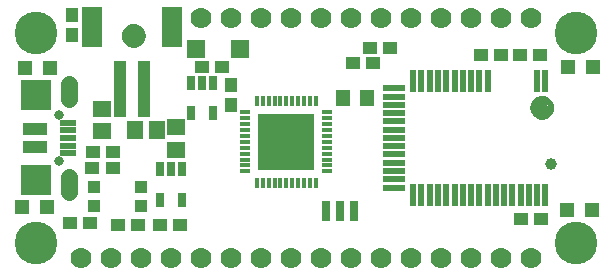
<source format=gbr>
G04 EAGLE Gerber RS-274X export*
G75*
%MOMM*%
%FSLAX34Y34*%
%LPD*%
%INSoldermask Top*%
%IPPOS*%
%AMOC8*
5,1,8,0,0,1.08239X$1,22.5*%
G01*
%ADD10R,1.601600X1.401600*%
%ADD11R,1.101600X1.201600*%
%ADD12R,1.201600X1.101600*%
%ADD13R,1.301600X1.401600*%
%ADD14R,1.301600X1.301600*%
%ADD15R,0.351600X0.901600*%
%ADD16R,0.901600X0.351600*%
%ADD17R,4.801600X4.801600*%
%ADD18C,1.101600*%
%ADD19C,0.500000*%
%ADD20R,1.101600X1.101600*%
%ADD21C,3.617600*%
%ADD22R,0.801600X1.801600*%
%ADD23C,0.801600*%
%ADD24R,2.601600X2.601600*%
%ADD25C,1.409600*%
%ADD26R,2.101600X1.101600*%
%ADD27R,1.450000X0.500000*%
%ADD28R,0.651600X1.301600*%
%ADD29R,1.501600X1.501600*%
%ADD30R,0.551600X1.951600*%
%ADD31R,1.951600X0.551600*%
%ADD32C,1.001600*%
%ADD33C,1.778000*%
%ADD34R,1.101600X4.701600*%
%ADD35R,1.701600X3.501600*%
%ADD36R,1.401600X1.601600*%


D10*
X80880Y120090D03*
X80880Y139090D03*
D11*
X190670Y141870D03*
X190670Y158870D03*
D10*
X143660Y123200D03*
X143660Y104200D03*
D12*
X73690Y102680D03*
X90690Y102680D03*
X72998Y88787D03*
X89998Y88787D03*
D13*
X305848Y148286D03*
X285528Y148286D03*
D14*
X15950Y173590D03*
X36950Y173590D03*
D15*
X212182Y76266D03*
X217182Y76266D03*
X222182Y76266D03*
X227182Y76266D03*
X232182Y76266D03*
X237182Y76266D03*
X242182Y76266D03*
X247182Y76266D03*
X252182Y76266D03*
X257182Y76266D03*
X262182Y76266D03*
D16*
X271932Y86016D03*
X271932Y91016D03*
X271932Y96016D03*
X271932Y101016D03*
X271932Y106016D03*
X271932Y111016D03*
X271932Y116016D03*
X271932Y121016D03*
X271932Y126016D03*
X271932Y131016D03*
X271932Y136016D03*
D15*
X262182Y145766D03*
X257182Y145766D03*
X252182Y145766D03*
X247182Y145766D03*
X242182Y145766D03*
X237182Y145766D03*
X232182Y145766D03*
X227182Y145766D03*
X222182Y145766D03*
X217182Y145766D03*
X212182Y145766D03*
D16*
X202432Y136016D03*
X202432Y131016D03*
X202432Y126016D03*
X202432Y121016D03*
X202432Y116016D03*
X202432Y111016D03*
X202432Y106016D03*
X202432Y101016D03*
X202432Y96016D03*
X202432Y91016D03*
X202432Y86016D03*
D17*
X237182Y111016D03*
D12*
X94878Y40906D03*
X111878Y40906D03*
D11*
X55880Y218050D03*
X55880Y201050D03*
D18*
X107950Y200660D03*
D19*
X115450Y200660D02*
X115448Y200841D01*
X115441Y201022D01*
X115430Y201203D01*
X115415Y201384D01*
X115395Y201564D01*
X115371Y201744D01*
X115343Y201923D01*
X115310Y202101D01*
X115273Y202278D01*
X115232Y202455D01*
X115187Y202630D01*
X115137Y202805D01*
X115083Y202978D01*
X115025Y203149D01*
X114963Y203320D01*
X114896Y203488D01*
X114826Y203655D01*
X114752Y203821D01*
X114673Y203984D01*
X114591Y204145D01*
X114505Y204305D01*
X114415Y204462D01*
X114321Y204617D01*
X114224Y204770D01*
X114122Y204920D01*
X114018Y205068D01*
X113909Y205214D01*
X113798Y205356D01*
X113682Y205496D01*
X113564Y205633D01*
X113442Y205768D01*
X113317Y205899D01*
X113189Y206027D01*
X113058Y206152D01*
X112923Y206274D01*
X112786Y206392D01*
X112646Y206508D01*
X112504Y206619D01*
X112358Y206728D01*
X112210Y206832D01*
X112060Y206934D01*
X111907Y207031D01*
X111752Y207125D01*
X111595Y207215D01*
X111435Y207301D01*
X111274Y207383D01*
X111111Y207462D01*
X110945Y207536D01*
X110778Y207606D01*
X110610Y207673D01*
X110439Y207735D01*
X110268Y207793D01*
X110095Y207847D01*
X109920Y207897D01*
X109745Y207942D01*
X109568Y207983D01*
X109391Y208020D01*
X109213Y208053D01*
X109034Y208081D01*
X108854Y208105D01*
X108674Y208125D01*
X108493Y208140D01*
X108312Y208151D01*
X108131Y208158D01*
X107950Y208160D01*
X115450Y200660D02*
X115448Y200479D01*
X115441Y200298D01*
X115430Y200117D01*
X115415Y199936D01*
X115395Y199756D01*
X115371Y199576D01*
X115343Y199397D01*
X115310Y199219D01*
X115273Y199042D01*
X115232Y198865D01*
X115187Y198690D01*
X115137Y198515D01*
X115083Y198342D01*
X115025Y198171D01*
X114963Y198000D01*
X114896Y197832D01*
X114826Y197665D01*
X114752Y197499D01*
X114673Y197336D01*
X114591Y197175D01*
X114505Y197015D01*
X114415Y196858D01*
X114321Y196703D01*
X114224Y196550D01*
X114122Y196400D01*
X114018Y196252D01*
X113909Y196106D01*
X113798Y195964D01*
X113682Y195824D01*
X113564Y195687D01*
X113442Y195552D01*
X113317Y195421D01*
X113189Y195293D01*
X113058Y195168D01*
X112923Y195046D01*
X112786Y194928D01*
X112646Y194812D01*
X112504Y194701D01*
X112358Y194592D01*
X112210Y194488D01*
X112060Y194386D01*
X111907Y194289D01*
X111752Y194195D01*
X111595Y194105D01*
X111435Y194019D01*
X111274Y193937D01*
X111111Y193858D01*
X110945Y193784D01*
X110778Y193714D01*
X110610Y193647D01*
X110439Y193585D01*
X110268Y193527D01*
X110095Y193473D01*
X109920Y193423D01*
X109745Y193378D01*
X109568Y193337D01*
X109391Y193300D01*
X109213Y193267D01*
X109034Y193239D01*
X108854Y193215D01*
X108674Y193195D01*
X108493Y193180D01*
X108312Y193169D01*
X108131Y193162D01*
X107950Y193160D01*
X107769Y193162D01*
X107588Y193169D01*
X107407Y193180D01*
X107226Y193195D01*
X107046Y193215D01*
X106866Y193239D01*
X106687Y193267D01*
X106509Y193300D01*
X106332Y193337D01*
X106155Y193378D01*
X105980Y193423D01*
X105805Y193473D01*
X105632Y193527D01*
X105461Y193585D01*
X105290Y193647D01*
X105122Y193714D01*
X104955Y193784D01*
X104789Y193858D01*
X104626Y193937D01*
X104465Y194019D01*
X104305Y194105D01*
X104148Y194195D01*
X103993Y194289D01*
X103840Y194386D01*
X103690Y194488D01*
X103542Y194592D01*
X103396Y194701D01*
X103254Y194812D01*
X103114Y194928D01*
X102977Y195046D01*
X102842Y195168D01*
X102711Y195293D01*
X102583Y195421D01*
X102458Y195552D01*
X102336Y195687D01*
X102218Y195824D01*
X102102Y195964D01*
X101991Y196106D01*
X101882Y196252D01*
X101778Y196400D01*
X101676Y196550D01*
X101579Y196703D01*
X101485Y196858D01*
X101395Y197015D01*
X101309Y197175D01*
X101227Y197336D01*
X101148Y197499D01*
X101074Y197665D01*
X101004Y197832D01*
X100937Y198000D01*
X100875Y198171D01*
X100817Y198342D01*
X100763Y198515D01*
X100713Y198690D01*
X100668Y198865D01*
X100627Y199042D01*
X100590Y199219D01*
X100557Y199397D01*
X100529Y199576D01*
X100505Y199756D01*
X100485Y199936D01*
X100470Y200117D01*
X100459Y200298D01*
X100452Y200479D01*
X100450Y200660D01*
X100452Y200841D01*
X100459Y201022D01*
X100470Y201203D01*
X100485Y201384D01*
X100505Y201564D01*
X100529Y201744D01*
X100557Y201923D01*
X100590Y202101D01*
X100627Y202278D01*
X100668Y202455D01*
X100713Y202630D01*
X100763Y202805D01*
X100817Y202978D01*
X100875Y203149D01*
X100937Y203320D01*
X101004Y203488D01*
X101074Y203655D01*
X101148Y203821D01*
X101227Y203984D01*
X101309Y204145D01*
X101395Y204305D01*
X101485Y204462D01*
X101579Y204617D01*
X101676Y204770D01*
X101778Y204920D01*
X101882Y205068D01*
X101991Y205214D01*
X102102Y205356D01*
X102218Y205496D01*
X102336Y205633D01*
X102458Y205768D01*
X102583Y205899D01*
X102711Y206027D01*
X102842Y206152D01*
X102977Y206274D01*
X103114Y206392D01*
X103254Y206508D01*
X103396Y206619D01*
X103542Y206728D01*
X103690Y206832D01*
X103840Y206934D01*
X103993Y207031D01*
X104148Y207125D01*
X104305Y207215D01*
X104465Y207301D01*
X104626Y207383D01*
X104789Y207462D01*
X104955Y207536D01*
X105122Y207606D01*
X105290Y207673D01*
X105461Y207735D01*
X105632Y207793D01*
X105805Y207847D01*
X105980Y207897D01*
X106155Y207942D01*
X106332Y207983D01*
X106509Y208020D01*
X106687Y208053D01*
X106866Y208081D01*
X107046Y208105D01*
X107226Y208125D01*
X107407Y208140D01*
X107588Y208151D01*
X107769Y208158D01*
X107950Y208160D01*
D18*
X453862Y139770D03*
D19*
X461362Y139770D02*
X461360Y139951D01*
X461353Y140132D01*
X461342Y140313D01*
X461327Y140494D01*
X461307Y140674D01*
X461283Y140854D01*
X461255Y141033D01*
X461222Y141211D01*
X461185Y141388D01*
X461144Y141565D01*
X461099Y141740D01*
X461049Y141915D01*
X460995Y142088D01*
X460937Y142259D01*
X460875Y142430D01*
X460808Y142598D01*
X460738Y142765D01*
X460664Y142931D01*
X460585Y143094D01*
X460503Y143255D01*
X460417Y143415D01*
X460327Y143572D01*
X460233Y143727D01*
X460136Y143880D01*
X460034Y144030D01*
X459930Y144178D01*
X459821Y144324D01*
X459710Y144466D01*
X459594Y144606D01*
X459476Y144743D01*
X459354Y144878D01*
X459229Y145009D01*
X459101Y145137D01*
X458970Y145262D01*
X458835Y145384D01*
X458698Y145502D01*
X458558Y145618D01*
X458416Y145729D01*
X458270Y145838D01*
X458122Y145942D01*
X457972Y146044D01*
X457819Y146141D01*
X457664Y146235D01*
X457507Y146325D01*
X457347Y146411D01*
X457186Y146493D01*
X457023Y146572D01*
X456857Y146646D01*
X456690Y146716D01*
X456522Y146783D01*
X456351Y146845D01*
X456180Y146903D01*
X456007Y146957D01*
X455832Y147007D01*
X455657Y147052D01*
X455480Y147093D01*
X455303Y147130D01*
X455125Y147163D01*
X454946Y147191D01*
X454766Y147215D01*
X454586Y147235D01*
X454405Y147250D01*
X454224Y147261D01*
X454043Y147268D01*
X453862Y147270D01*
X461362Y139770D02*
X461360Y139589D01*
X461353Y139408D01*
X461342Y139227D01*
X461327Y139046D01*
X461307Y138866D01*
X461283Y138686D01*
X461255Y138507D01*
X461222Y138329D01*
X461185Y138152D01*
X461144Y137975D01*
X461099Y137800D01*
X461049Y137625D01*
X460995Y137452D01*
X460937Y137281D01*
X460875Y137110D01*
X460808Y136942D01*
X460738Y136775D01*
X460664Y136609D01*
X460585Y136446D01*
X460503Y136285D01*
X460417Y136125D01*
X460327Y135968D01*
X460233Y135813D01*
X460136Y135660D01*
X460034Y135510D01*
X459930Y135362D01*
X459821Y135216D01*
X459710Y135074D01*
X459594Y134934D01*
X459476Y134797D01*
X459354Y134662D01*
X459229Y134531D01*
X459101Y134403D01*
X458970Y134278D01*
X458835Y134156D01*
X458698Y134038D01*
X458558Y133922D01*
X458416Y133811D01*
X458270Y133702D01*
X458122Y133598D01*
X457972Y133496D01*
X457819Y133399D01*
X457664Y133305D01*
X457507Y133215D01*
X457347Y133129D01*
X457186Y133047D01*
X457023Y132968D01*
X456857Y132894D01*
X456690Y132824D01*
X456522Y132757D01*
X456351Y132695D01*
X456180Y132637D01*
X456007Y132583D01*
X455832Y132533D01*
X455657Y132488D01*
X455480Y132447D01*
X455303Y132410D01*
X455125Y132377D01*
X454946Y132349D01*
X454766Y132325D01*
X454586Y132305D01*
X454405Y132290D01*
X454224Y132279D01*
X454043Y132272D01*
X453862Y132270D01*
X453681Y132272D01*
X453500Y132279D01*
X453319Y132290D01*
X453138Y132305D01*
X452958Y132325D01*
X452778Y132349D01*
X452599Y132377D01*
X452421Y132410D01*
X452244Y132447D01*
X452067Y132488D01*
X451892Y132533D01*
X451717Y132583D01*
X451544Y132637D01*
X451373Y132695D01*
X451202Y132757D01*
X451034Y132824D01*
X450867Y132894D01*
X450701Y132968D01*
X450538Y133047D01*
X450377Y133129D01*
X450217Y133215D01*
X450060Y133305D01*
X449905Y133399D01*
X449752Y133496D01*
X449602Y133598D01*
X449454Y133702D01*
X449308Y133811D01*
X449166Y133922D01*
X449026Y134038D01*
X448889Y134156D01*
X448754Y134278D01*
X448623Y134403D01*
X448495Y134531D01*
X448370Y134662D01*
X448248Y134797D01*
X448130Y134934D01*
X448014Y135074D01*
X447903Y135216D01*
X447794Y135362D01*
X447690Y135510D01*
X447588Y135660D01*
X447491Y135813D01*
X447397Y135968D01*
X447307Y136125D01*
X447221Y136285D01*
X447139Y136446D01*
X447060Y136609D01*
X446986Y136775D01*
X446916Y136942D01*
X446849Y137110D01*
X446787Y137281D01*
X446729Y137452D01*
X446675Y137625D01*
X446625Y137800D01*
X446580Y137975D01*
X446539Y138152D01*
X446502Y138329D01*
X446469Y138507D01*
X446441Y138686D01*
X446417Y138866D01*
X446397Y139046D01*
X446382Y139227D01*
X446371Y139408D01*
X446364Y139589D01*
X446362Y139770D01*
X446364Y139951D01*
X446371Y140132D01*
X446382Y140313D01*
X446397Y140494D01*
X446417Y140674D01*
X446441Y140854D01*
X446469Y141033D01*
X446502Y141211D01*
X446539Y141388D01*
X446580Y141565D01*
X446625Y141740D01*
X446675Y141915D01*
X446729Y142088D01*
X446787Y142259D01*
X446849Y142430D01*
X446916Y142598D01*
X446986Y142765D01*
X447060Y142931D01*
X447139Y143094D01*
X447221Y143255D01*
X447307Y143415D01*
X447397Y143572D01*
X447491Y143727D01*
X447588Y143880D01*
X447690Y144030D01*
X447794Y144178D01*
X447903Y144324D01*
X448014Y144466D01*
X448130Y144606D01*
X448248Y144743D01*
X448370Y144878D01*
X448495Y145009D01*
X448623Y145137D01*
X448754Y145262D01*
X448889Y145384D01*
X449026Y145502D01*
X449166Y145618D01*
X449308Y145729D01*
X449454Y145838D01*
X449602Y145942D01*
X449752Y146044D01*
X449905Y146141D01*
X450060Y146235D01*
X450217Y146325D01*
X450377Y146411D01*
X450538Y146493D01*
X450701Y146572D01*
X450867Y146646D01*
X451034Y146716D01*
X451202Y146783D01*
X451373Y146845D01*
X451544Y146903D01*
X451717Y146957D01*
X451892Y147007D01*
X452067Y147052D01*
X452244Y147093D01*
X452421Y147130D01*
X452599Y147163D01*
X452778Y147191D01*
X452958Y147215D01*
X453138Y147235D01*
X453319Y147250D01*
X453500Y147261D01*
X453681Y147268D01*
X453862Y147270D01*
D20*
X73980Y56770D03*
X73980Y72770D03*
X113980Y72770D03*
X113980Y56770D03*
D21*
X25400Y203200D03*
X25400Y25400D03*
X482600Y25400D03*
D22*
X294466Y52596D03*
X282466Y52596D03*
X270466Y52596D03*
D23*
X44450Y133800D03*
X44450Y94800D03*
D24*
X25450Y78300D03*
X25450Y150300D03*
D25*
X53450Y147300D02*
X53450Y160380D01*
X53450Y81300D02*
X53450Y68220D01*
D26*
X24450Y121800D03*
X24450Y106800D03*
D27*
X52200Y127300D03*
X52200Y120800D03*
X52200Y114300D03*
X52200Y107800D03*
X52200Y101300D03*
D28*
X175108Y161083D03*
X165608Y161083D03*
X156108Y161083D03*
X156108Y135081D03*
X175108Y135081D03*
D29*
X197570Y189230D03*
X160570Y189230D03*
D30*
X456560Y162550D03*
X449560Y162550D03*
X407560Y162550D03*
X400560Y162550D03*
X393560Y162550D03*
X386560Y162550D03*
X379560Y162550D03*
X372560Y162550D03*
X365560Y162550D03*
X358560Y162550D03*
X351560Y162550D03*
X344560Y162550D03*
D31*
X328310Y156300D03*
X328310Y149300D03*
X328310Y142300D03*
X328310Y135300D03*
X328310Y128300D03*
X328310Y121300D03*
X328310Y114300D03*
X328310Y107300D03*
X328310Y100300D03*
X328310Y93300D03*
X328310Y86300D03*
X328310Y79300D03*
X328310Y72300D03*
D30*
X344560Y66050D03*
X351560Y66050D03*
X358560Y66050D03*
X365560Y66050D03*
X372560Y66050D03*
X379560Y66050D03*
X386560Y66050D03*
X393560Y66050D03*
X400560Y66050D03*
X407560Y66050D03*
X414560Y66050D03*
X421560Y66050D03*
X428560Y66050D03*
X435560Y66050D03*
X442560Y66050D03*
X449560Y66050D03*
X456560Y66050D03*
D32*
X461060Y92300D03*
D14*
X496910Y173990D03*
X475910Y173990D03*
X495640Y53340D03*
X474640Y53340D03*
D12*
X434730Y184150D03*
X451730Y184150D03*
X436000Y45720D03*
X453000Y45720D03*
X401710Y184150D03*
X418710Y184150D03*
D33*
X444500Y12700D03*
X419100Y12700D03*
X393700Y12700D03*
X368300Y12700D03*
X342900Y12700D03*
X317500Y12700D03*
X292100Y12700D03*
X266700Y12700D03*
X241300Y12700D03*
X215900Y12700D03*
X190500Y12700D03*
X165100Y12700D03*
X139700Y12700D03*
X114300Y12700D03*
X88900Y12700D03*
X63500Y12700D03*
D21*
X482600Y203200D03*
D34*
X96680Y156040D03*
X116680Y156040D03*
D35*
X72680Y208040D03*
X140680Y208040D03*
D33*
X165100Y215900D03*
X190500Y215900D03*
X215900Y215900D03*
X241300Y215900D03*
X266700Y215900D03*
X292100Y215900D03*
X317500Y215900D03*
X342900Y215900D03*
X368300Y215900D03*
X393700Y215900D03*
X419100Y215900D03*
X444500Y215900D03*
D28*
X149200Y87931D03*
X139700Y87931D03*
X130200Y87931D03*
X130200Y61929D03*
X149200Y61929D03*
D14*
X34630Y55880D03*
X13630Y55880D03*
D12*
X53730Y41910D03*
X70730Y41910D03*
D36*
X108610Y120650D03*
X127610Y120650D03*
D12*
X146930Y40640D03*
X129930Y40640D03*
X293760Y177800D03*
X310760Y177800D03*
X307730Y190500D03*
X324730Y190500D03*
X182490Y174244D03*
X165490Y174244D03*
M02*

</source>
